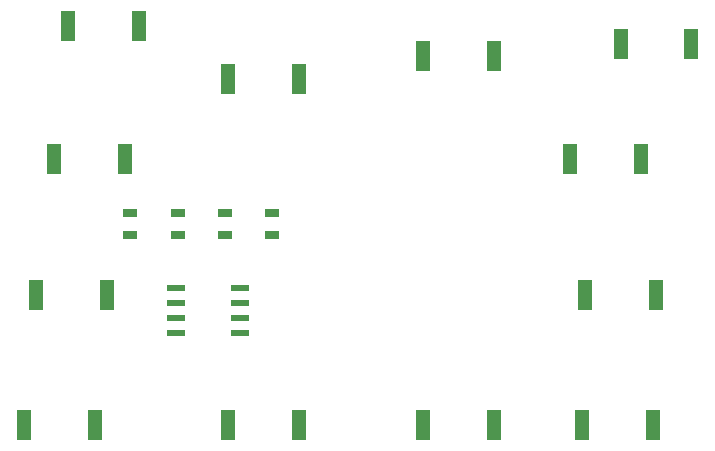
<source format=gbr>
G04 #@! TF.FileFunction,Paste,Bot*
%FSLAX46Y46*%
G04 Gerber Fmt 4.6, Leading zero omitted, Abs format (unit mm)*
G04 Created by KiCad (PCBNEW 4.0.7-e2-6376~58~ubuntu16.04.1) date Mon Jul 30 12:24:29 2018*
%MOMM*%
%LPD*%
G01*
G04 APERTURE LIST*
%ADD10C,0.100000*%
%ADD11R,1.550000X0.600000*%
%ADD12R,1.300000X0.700000*%
%ADD13R,1.200000X2.600000*%
G04 APERTURE END LIST*
D10*
D11*
X164500000Y-92695000D03*
X164500000Y-93965000D03*
X164500000Y-95235000D03*
X164500000Y-96505000D03*
X159100000Y-96505000D03*
X159100000Y-95235000D03*
X159100000Y-93965000D03*
X159100000Y-92695000D03*
D12*
X167250000Y-88200000D03*
X167250000Y-86300000D03*
X163250000Y-88200000D03*
X163250000Y-86300000D03*
X159250000Y-88200000D03*
X159250000Y-86300000D03*
X155250000Y-88200000D03*
X155250000Y-86300000D03*
D13*
X193750000Y-93250000D03*
X199750000Y-93250000D03*
X150000000Y-70500000D03*
X156000000Y-70500000D03*
X193500000Y-104250000D03*
X199500000Y-104250000D03*
X147250000Y-93250000D03*
X153250000Y-93250000D03*
X163500000Y-75000000D03*
X169500000Y-75000000D03*
X192500000Y-81750000D03*
X198500000Y-81750000D03*
X146250000Y-104250000D03*
X152250000Y-104250000D03*
X196750000Y-72000000D03*
X202750000Y-72000000D03*
X180000000Y-104250000D03*
X186000000Y-104250000D03*
X163500000Y-104250000D03*
X169500000Y-104250000D03*
X148750000Y-81750000D03*
X154750000Y-81750000D03*
X180000000Y-73000000D03*
X186000000Y-73000000D03*
M02*

</source>
